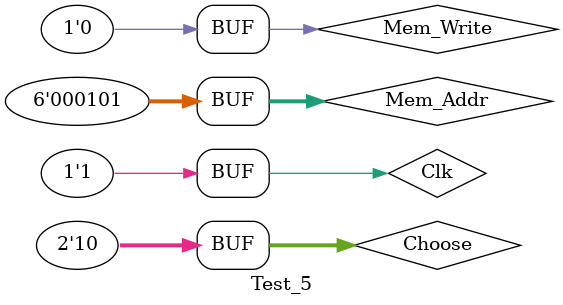
<source format=v>
`timescale 1ns / 1ps


module Test_5;

	// Inputs
	reg [7:2] Mem_Addr;
	reg Mem_Write;
	reg Clk;
	reg [1:0] Choose;

	// Outputs
	wire [7:0] LED;

	// Instantiate the Unit Under Test (UUT)
	test5 uut (
		.Mem_Addr(Mem_Addr), 
		.Mem_Write(Mem_Write), 
		.Clk(Clk), 
		.Choose(Choose), 
		.LED(LED)
	);


	initial begin
		// Initialize Inputs
		Mem_Addr = 0;
		Mem_Write = 0;
		Clk = 0;
		Choose = 0;
		// Wait 100 ns for global reset to finish
		#100;
		Mem_Addr = 6'b000001;
		Mem_Write = 1;
		Clk = 0;
		Choose = 2'b01;
      
		#100;
		Mem_Addr = 6'b000001;
		Mem_Write = 1;
		Clk = 1;
		Choose = 2'b10;
		
		#100;
		Mem_Addr = 6'b000011;
		Mem_Write = 1;
		Clk = 1;
		Choose = 2'b11;
		
		#100;
		Mem_Addr =0;
		Mem_Write =0;
		Clk = 0;
		Choose =0;
		
		#100;
		Mem_Addr = 6'b000001;
		Mem_Write = 0;
		Clk = 1;
		Choose = 2'b10;

		#100;
		Mem_Addr = 6'b000011;
		Mem_Write = 0;
		Clk = 1;
		Choose = 2'b11;		
		
		#100;
		Mem_Addr = 6'b000101;
		Mem_Write = 0;
		Clk = 1;
		Choose = 2'b10;	
		// Add stimulus here

	end
      
endmodule


</source>
